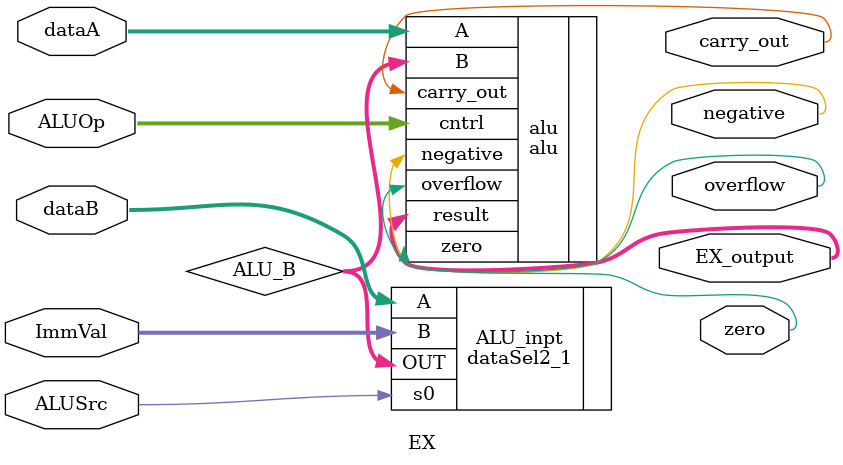
<source format=sv>

`timescale 1ps/1ps
module EX(ALUSrc, ALUOp, ImmVal, dataA, dataB, EX_output, negative, zero, overflow, carry_out);
    input logic ALUSrc;
    input logic [2:0] ALUOp;
    input logic [63:0] dataA, dataB, ImmVal;

    output logic negative, zero, overflow, carry_out;
    output logic [63:0] EX_output;
    
    logic [63:0] ALU_B, ALUSum;
	 
    // ALU input mux
	 dataSel2_1 ALU_inpt (.s0(ALUSrc), .A(dataB), .B(ImmVal), .OUT(ALU_B));
	
	 // ALU initialization
	 alu alu(.A(dataA), .B(ALU_B), .cntrl(ALUOp), .result(EX_output), .negative, .zero, .overflow, .carry_out);
endmodule

</source>
